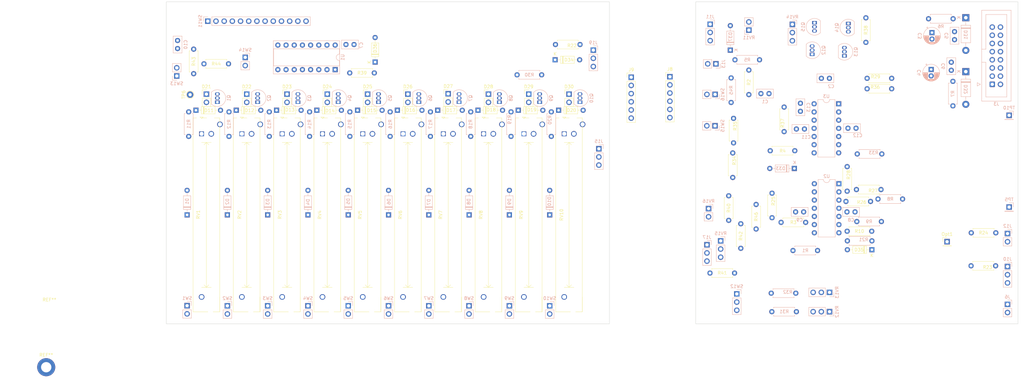
<source format=kicad_pcb>
(kicad_pcb (version 20221018) (generator pcbnew)

  (general
    (thickness 1.6)
  )

  (paper "A4")
  (title_block
    (title "Unseen Servant (Baby 10 Seq)")
  )

  (layers
    (0 "F.Cu" signal)
    (31 "B.Cu" signal)
    (32 "B.Adhes" user "B.Adhesive")
    (33 "F.Adhes" user "F.Adhesive")
    (34 "B.Paste" user)
    (35 "F.Paste" user)
    (36 "B.SilkS" user "B.Silkscreen")
    (37 "F.SilkS" user "F.Silkscreen")
    (38 "B.Mask" user)
    (39 "F.Mask" user)
    (40 "Dwgs.User" user "User.Drawings")
    (41 "Cmts.User" user "User.Comments")
    (42 "Eco1.User" user "User.Eco1")
    (43 "Eco2.User" user "User.Eco2")
    (44 "Edge.Cuts" user)
    (45 "Margin" user)
    (46 "B.CrtYd" user "B.Courtyard")
    (47 "F.CrtYd" user "F.Courtyard")
    (48 "B.Fab" user)
    (49 "F.Fab" user)
    (50 "User.1" user)
    (51 "User.2" user)
    (52 "User.3" user)
    (53 "User.4" user)
    (54 "User.5" user)
    (55 "User.6" user)
    (56 "User.7" user)
    (57 "User.8" user)
    (58 "User.9" user)
  )

  (setup
    (stackup
      (layer "F.SilkS" (type "Top Silk Screen"))
      (layer "F.Paste" (type "Top Solder Paste"))
      (layer "F.Mask" (type "Top Solder Mask") (thickness 0.01))
      (layer "F.Cu" (type "copper") (thickness 0.035))
      (layer "dielectric 1" (type "core") (thickness 1.51) (material "FR4") (epsilon_r 4.5) (loss_tangent 0.02))
      (layer "B.Cu" (type "copper") (thickness 0.035))
      (layer "B.Mask" (type "Bottom Solder Mask") (thickness 0.01))
      (layer "B.Paste" (type "Bottom Solder Paste"))
      (layer "B.SilkS" (type "Bottom Silk Screen"))
      (copper_finish "None")
      (dielectric_constraints no)
    )
    (pad_to_mask_clearance 0)
    (pcbplotparams
      (layerselection 0x00010fc_ffffffff)
      (plot_on_all_layers_selection 0x0000000_00000000)
      (disableapertmacros false)
      (usegerberextensions false)
      (usegerberattributes true)
      (usegerberadvancedattributes true)
      (creategerberjobfile true)
      (dashed_line_dash_ratio 12.000000)
      (dashed_line_gap_ratio 3.000000)
      (svgprecision 6)
      (plotframeref false)
      (viasonmask false)
      (mode 1)
      (useauxorigin false)
      (hpglpennumber 1)
      (hpglpenspeed 20)
      (hpglpendiameter 15.000000)
      (dxfpolygonmode true)
      (dxfimperialunits true)
      (dxfusepcbnewfont true)
      (psnegative false)
      (psa4output false)
      (plotreference true)
      (plotvalue true)
      (plotinvisibletext false)
      (sketchpadsonfab false)
      (subtractmaskfromsilk false)
      (outputformat 1)
      (mirror false)
      (drillshape 0)
      (scaleselection 1)
      (outputdirectory "./")
    )
  )

  (net 0 "")
  (net 1 "Net-(U2C--)")
  (net 2 "-12V")
  (net 3 "Net-(D1-K)")
  (net 4 "Net-(D1-A)")
  (net 5 "Net-(D2-K)")
  (net 6 "Net-(D2-A)")
  (net 7 "Net-(D3-K)")
  (net 8 "Net-(D3-A)")
  (net 9 "Net-(D4-K)")
  (net 10 "Net-(D4-A)")
  (net 11 "Net-(D5-K)")
  (net 12 "Net-(D5-A)")
  (net 13 "Net-(D6-K)")
  (net 14 "Net-(D6-A)")
  (net 15 "Net-(D7-K)")
  (net 16 "Net-(D7-A)")
  (net 17 "Net-(D8-K)")
  (net 18 "Net-(D8-A)")
  (net 19 "Net-(D9-K)")
  (net 20 "Net-(D9-A)")
  (net 21 "Net-(D10-K)")
  (net 22 "Net-(D10-A)")
  (net 23 "Net-(D11-A)")
  (net 24 "Net-(D12-A)")
  (net 25 "Net-(D13-A)")
  (net 26 "Net-(D14-A)")
  (net 27 "Net-(D15-A)")
  (net 28 "Net-(D16-A)")
  (net 29 "Net-(D17-A)")
  (net 30 "Net-(D18-A)")
  (net 31 "Net-(D19-A)")
  (net 32 "Net-(D20-A)")
  (net 33 "Net-(D21-K)")
  (net 34 "Net-(D21-A)")
  (net 35 "Net-(D22-K)")
  (net 36 "Net-(D23-K)")
  (net 37 "Net-(D24-K)")
  (net 38 "Net-(D25-K)")
  (net 39 "Net-(D27-K)")
  (net 40 "Net-(D28-K)")
  (net 41 "Net-(R2-Pad1)")
  (net 42 "Net-(D29-K)")
  (net 43 "Net-(D30-K)")
  (net 44 "Net-(D31-K)")
  (net 45 "Net-(D32-K)")
  (net 46 "Net-(D33-K)")
  (net 47 "Net-(R31-Pad1)")
  (net 48 "GND")
  (net 49 "unconnected-(SW11-Pad11)")
  (net 50 "unconnected-(SW11-Pad12)")
  (net 51 "Net-(D35-K)")
  (net 52 "unconnected-(J3-Pin_11-Pad11)")
  (net 53 "unconnected-(J3-Pin_12-Pad12)")
  (net 54 "unconnected-(J3-Pin_13-Pad13)")
  (net 55 "unconnected-(J3-Pin_14-Pad14)")
  (net 56 "Net-(Q1-B)")
  (net 57 "Net-(R25-Pad2)")
  (net 58 "Net-(R32-Pad1)")
  (net 59 "Net-(Q2-B)")
  (net 60 "Net-(C2-Pad1)")
  (net 61 "Net-(Q3-B)")
  (net 62 "Net-(D26-K)")
  (net 63 "Net-(Q4-B)")
  (net 64 "Net-(D31-A)")
  (net 65 "Net-(Q5-B)")
  (net 66 "Net-(D32-A)")
  (net 67 "Net-(Q6-B)")
  (net 68 "Net-(Q7-B)")
  (net 69 "Net-(D35-A)")
  (net 70 "Net-(Q8-B)")
  (net 71 "Net-(D36-A)")
  (net 72 "Net-(Q9-B)")
  (net 73 "Net-(D37-A)")
  (net 74 "Net-(Q10-B)")
  (net 75 "Net-(Q12-C)")
  (net 76 "Net-(U2A--)")
  (net 77 "Net-(U2B--)")
  (net 78 "Net-(SW12-A)")
  (net 79 "Net-(U2D--)")
  (net 80 "unconnected-(U1-Cout-Pad12)")
  (net 81 "Net-(SW14-B)")
  (net 82 "Net-(U3A-+)")
  (net 83 "RESET_IN")
  (net 84 "PIN_3_T")
  (net 85 "CLK_IN")
  (net 86 "PIN_5_B")
  (net 87 "PIN_3_B")
  (net 88 "PIN_4_B")
  (net 89 "PIN_4_T")
  (net 90 "PIN_5_T")
  (net 91 "GATE_OUT")
  (net 92 "Net-(C10-Pad1)")
  (net 93 "CLK_OUT")
  (net 94 "CASC_OUT")
  (net 95 "Net-(R43-Pad1)")
  (net 96 "CV_OUT")
  (net 97 "Net-(U3B-+)")
  (net 98 "Net-(SW12-C)")
  (net 99 "CLK_IN_N")
  (net 100 "Net-(U3A--)")
  (net 101 "Net-(D34-A)")
  (net 102 "Net-(J17-Pin_2)")
  (net 103 "Net-(Q12-B)")
  (net 104 "Net-(Q12-E)")
  (net 105 "Net-(Q13-B)")
  (net 106 "Net-(Q14-B)")
  (net 107 "SEQ_LV")
  (net 108 "Net-(U3B--)")
  (net 109 "PIN_6_B")
  (net 110 "PIN_6_T")
  (net 111 "+12V")
  (net 112 "Net-(R37-Pad2)")
  (net 113 "Net-(R40-Pad2)")
  (net 114 "Net-(R41-Pad1)")
  (net 115 "Net-(J3-Pin_15)")
  (net 116 "Net-(J10-Pin_1)")
  (net 117 "unconnected-(J15-Pin_1-Pad1)")
  (net 118 "unconnected-(SW15-A-Pad1)")

  (footprint "SynthMages:SLIDE_POT_0547" (layer "F.Cu") (at 65.96 81.171374 -90))

  (footprint "Resistor_THT:R_Axial_DIN0207_L6.3mm_D2.5mm_P7.62mm_Horizontal" (layer "F.Cu") (at 199 77.94 -90))

  (footprint "SynthMages:SLIDE_POT_0547" (layer "F.Cu") (at 28.46 81.171374 -90))

  (footprint "Resistor_THT:R_Axial_DIN0207_L6.3mm_D2.5mm_P7.62mm_Horizontal" (layer "F.Cu") (at 207.69 47.69 -90))

  (footprint "Connector_PinHeader_2.54mm:PinHeader_1x02_P2.54mm_Vertical" (layer "F.Cu") (at 53.46 43.671374))

  (footprint "Resistor_THT:R_Axial_DIN0207_L6.3mm_D2.5mm_P7.62mm_Horizontal" (layer "F.Cu") (at 227.25 66.19 -90))

  (footprint "MountingHole:MountingHole_3.2mm_M3" (layer "F.Cu") (at -20.25 111.75))

  (footprint "Resistor_THT:R_Axial_DIN0207_L6.3mm_D2.5mm_P7.62mm_Horizontal" (layer "F.Cu") (at 203.94 74.44 -90))

  (footprint "TestPoint:TestPoint_THTPad_D2.0mm_Drill1.0mm" (layer "F.Cu") (at 23.39 43.831374 90))

  (footprint "Diode_THT:D_DO-35_SOD27_P7.62mm_Horizontal" (layer "F.Cu") (at 80.79 33.698626 90))

  (footprint "Resistor_THT:R_Axial_DIN0207_L6.3mm_D2.5mm_P7.62mm_Horizontal" (layer "F.Cu") (at 196.75 36.19 -90))

  (footprint "Resistor_THT:R_Axial_DIN0207_L6.3mm_D2.5mm_P7.62mm_Horizontal" (layer "F.Cu") (at 234.5 77 180))

  (footprint "Resistor_THT:R_Axial_DIN0207_L6.3mm_D2.5mm_P7.62mm_Horizontal" (layer "F.Cu") (at 80.54 37.078626 180))

  (footprint "Connector_PinHeader_2.54mm:PinHeader_1x02_P2.54mm_Vertical" (layer "F.Cu") (at 65.96 43.671374))

  (footprint "Resistor_THT:R_Axial_DIN0207_L6.3mm_D2.5mm_P7.62mm_Horizontal" (layer "F.Cu") (at 241.06 42 180))

  (footprint "SynthMages:SLIDE_POT_0547" (layer "F.Cu") (at 90.96 81.171374 -90))

  (footprint "Resistor_THT:R_Axial_DIN0207_L6.3mm_D2.5mm_P7.62mm_Horizontal" (layer "F.Cu") (at 233.06 27.58 90))

  (footprint "Connector_PinHeader_2.54mm:PinHeader_1x02_P2.54mm_Vertical" (layer "F.Cu") (at 90.96 43.671374))

  (footprint "MountingHole:MountingHole_3.2mm_M3_DIN965_Pad" (layer "F.Cu") (at -21.25 128.5))

  (footprint "SynthMages:SLIDE_POT_0547" (layer "F.Cu") (at 40.96 81.171374 -90))

  (footprint "Resistor_THT:R_Axial_DIN0207_L6.3mm_D2.5mm_P7.62mm_Horizontal" (layer "F.Cu") (at 190.5 75.25 -90))

  (footprint "Diode_THT:D_DO-35_SOD27_P7.62mm_Horizontal" (layer "F.Cu") (at 62.71 48.671374))

  (footprint "Connector_PinHeader_2.54mm:PinHeader_1x02_P2.54mm_Vertical" (layer "F.Cu") (at 140.96 43.671374))

  (footprint "Diode_THT:D_DO-35_SOD27_P7.62mm_Horizontal" (layer "F.Cu") (at 112.71 48.671374))

  (footprint "Diode_THT:D_DO-35_SOD27_P7.62mm_Horizontal" (layer "F.Cu") (at 87.71 48.671374))

  (footprint "Resistor_THT:R_Axial_DIN0207_L6.3mm_D2.5mm_P7.62mm_Horizontal" (layer "F.Cu") (at 241.06 38.75 180))

  (footprint "Connector_PinHeader_2.54mm:PinHeader_1x01_P2.54mm_Vertical" (layer "F.Cu") (at 258.25 89.5))

  (footprint "Resistor_THT:R_Axial_DIN0207_L6.3mm_D2.5mm_P7.62mm_Horizontal" (layer "F.Cu") (at 206.75 83.5))

  (footprint "Resistor_THT:R_Axial_DIN0207_L6.3mm_D2.5mm_P7.62mm_Horizontal" (layer "F.Cu") (at 35.31 34.25 180))

  (footprint "SynthMages:SLIDE_POT_0547" (layer "F.Cu") (at 115.96 81.171374 -90))

  (footprint "Resistor_THT:R_Axial_DIN0207_L6.3mm_D2.5mm_P7.62mm_Horizontal" (layer "F.Cu") (at 265.75 86.75))

  (footprint "Connector_PinHeader_2.54mm:PinHeader_1x02_P2.54mm_Vertical" (layer "F.Cu") (at 128.46 43.671374))

  (footprint "Resistor_THT:R_Axial_DIN0207_L6.3mm_D2.5mm_P7.62mm_Horizontal" (layer "F.Cu") (at 191.75 69.56 90))

  (footprint "Connector_PinHeader_2.54mm:PinHeader_1x02_P2.54mm_Vertical" (layer "F.Cu") (at 78.46 43.671374))

  (footprint "Resistor_THT:R_Axial_DIN0207_L6.3mm_D2.5mm_P7.62mm_Horizontal" (layer "F.Cu") (at 237.75 73.31 180))

  (footprint "Diode_THT:D_DO-35_SOD27_P7.62mm_Horizontal" (layer "F.Cu") (at 100.21 48.671374))

  (footprint "Diode_THT:D_DO-35_SOD27_P7.62mm_Horizontal" (layer "F.Cu") (at 50.21 48.671374))

  (footprint "Resistor_THT:R_Axial_DIN0207_L6.3mm_D2.5mm_P7.62mm_Horizontal" (layer "F.Cu") (at 192 51.19 -90))

  (footprint "Diode_THT:D_DO-35_SOD27_P7.62mm_Horizontal" (layer "F.Cu") (at 234.93 92 180))

  (footprint "Resistor_THT:R_Axial_DIN0207_L6.3mm_D2.5mm_P7.62mm_Horizontal" (layer "F.Cu") (at 144.37 28.25 180))

  (footprint "Diode_THT:D_DO-35_SOD27_P7.62mm_Horizontal" (layer "F.Cu") (at 125.21 48.671374))

  (footprint "Diode_THT:D_DO-35_SOD27_P7.62mm_Horizontal" (layer "F.Cu") (at 37.71 48.671374))

  (footprint "Resistor_THT:R_Axial_DIN0207_L6.3mm_D2.5mm_P7.62mm_Horizontal" (layer "F.Cu") (at 192.31 99.25 180))

  (footprint "Diode_THT:D_DO-35_SOD27_P7.62mm_Horizontal" (layer "F.Cu")
    (tstamp 938a71ca-cc5a-4dd3-a0f4-037041ec66bb)
    (at 75.34 48.671374)
    (descr "Diode, DO-35_SOD27 series, Axial, Horizontal, pin pitch=7.62mm, , length*diameter=4*2mm^2, , http://www.diodes.com/_files/packages/DO-35.pdf")
    (tags "Diode DO-35_SOD27 series Axial Horizontal pin pitch 7.62mm  length 4mm diameter 2mm")
    (property "Sheetfile" "Unseen Servant.kicad_sch")
    (property "Sheetname" "")
    (property "ki_description" "100V 0.15A standard switching diode, DO-35")
    (property "ki_keywords" "diode")
    (path "/c3e5375c-8862-4cec-a89a-a1410768a390")
    (attr through_hole)
    (fp_text reference "D15" (at 4.35 0.05) (layer "F.SilkS")
        (effects (font (size 1 1) (thickness 0.15)))
      (tstamp 5a271bd7-e842-4bc0-be28-1939f4160984)
    )
    (fp_text value "1N4148" (at 3.81 2.12) (layer "F.Fab") hide
        (effects (font (size 1 1) (thickness 0.15)))
      (tstamp 9fe4b4c1-63f7-46a6-af42-9e79cdcc14bd)
    )
    (fp_text user "${REFERENCE}" (at 4.11 0) (layer "F.Fab")
        (effects (font (size 0.8 0.8) (thickness 0.12)))
      (tstamp 1e0d22cd-bdbe-4b08-b925-b73c52d03649)
    )
    (fp_line (start 1.04 0) (end 1.69 0)
      (stroke (width 0.12) (type solid)) (layer "F.SilkS") (tstamp ab32142e-05bf-4670-9663-bcf038f251bd))
    (fp_line (start 1.69 -1.12) (end 1.69 1.12)
      (stroke (width 0.12) (type solid)) (layer "F.SilkS") (tstamp 6dc66f48-87ae-46b7-b0bd-a47f9c9499c0))
    (fp_line (start 1.69 1.12) (end 5.93 1.12)
      (stroke (width 0.12) (type solid)) (layer "F.SilkS") (tstamp 4cdee35a-9d88-4153-8024-87647446989f))
    (fp_line (start 2.29 -1.12) (end 2.29 1.12)
      (stroke (width 0.12) (type solid)) (layer "F.SilkS") (tstamp 768d37ef-97c1-4262-8751-f0c76c33b5b6))
    (fp_line (start 2.41 -1.12) (end 2.41 1.12)
      (stroke (width 0.12) (type solid)) (layer "F.SilkS") (tstamp 65249d66-78ac-4956-a7ea-17ccff3c9f92))
    (fp_line (start 2.53 -1.12) (end 2.53 1.12)
      (stroke (width 0.12) (type solid)) (layer "F.SilkS") (tstamp f5ae8363-9f3d-47c1-afdb-fb7708542e67))
    (fp_line (start 5.93 -1.12) (end 1.69 -1.12)
      (stroke (width 0.12) (type solid)) (layer "F.SilkS") (tstamp b9f5ac4c-2b38-4b75-9b37-2037b2feb93c))
    (fp_line (start 5.93 1.12) (end 5.93 -1.12)
      (stroke (width 0.12) (type solid)) (layer "F.SilkS") (tstamp f66faa97-dbdc-401b-b7de-8405b8f7eb31))
    (fp_line (start 6.58 0) (end 5.93 0)
      (stroke (width 0.12) (type solid)) (layer "F.SilkS") (tstamp f5e12cce-0212-432f-a845-b25211ed2d3d))
    (fp_line (start -1.05 -1.25) (end -1.05 1.25)
      (stroke (width 0.05) (type solid)) (layer "F.CrtYd") (tstamp 3df20a4b-128d-4767-82e3-652d6c4f9817))
    (fp_line (start -1.05 1.25) (end 8.67 1.25)
      (stroke (width 0.05
... [563380 chars truncated]
</source>
